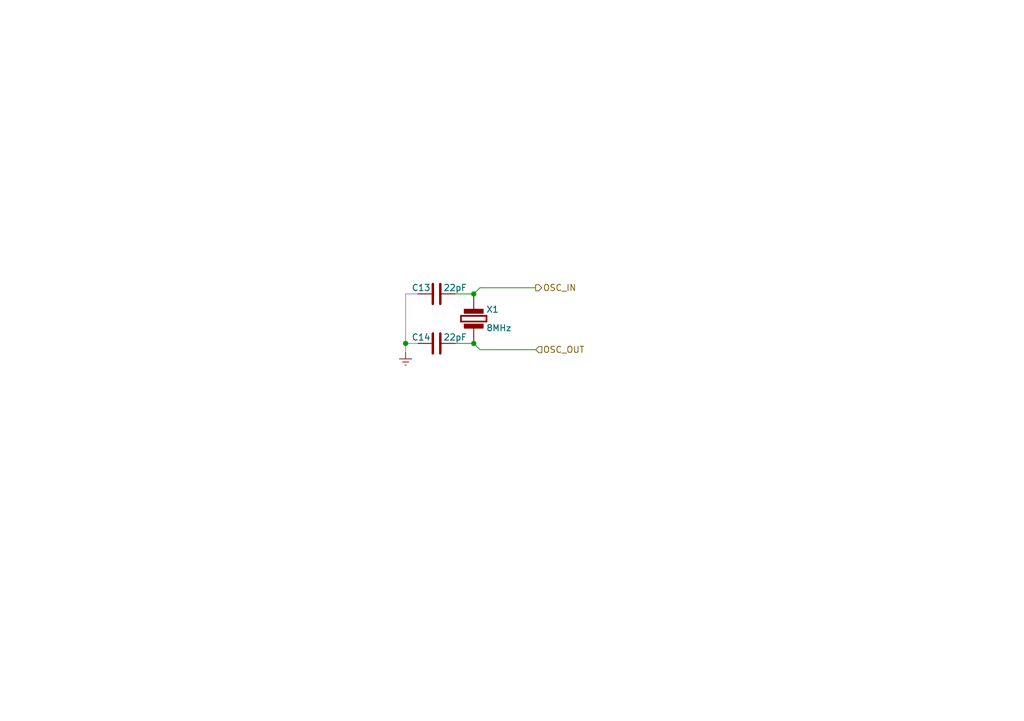
<source format=kicad_sch>
(kicad_sch (version 20231120) (generator "eeschema") (generator_version "8.0")
  (paper "A5")
  (title_block (title "RCC OSC") (date "2024-10-26") (company "Designer: Ginsakura"))
  (lib_symbols
    (symbol "Device:C" (pin_numbers hide) (pin_names (offset 0.254))
      (property "Reference" "C" (at 0.635 2.54 0))
      (property "Value" "C" (at 0.635 -2.54 0))
      (symbol "C_0_1"
        (polyline (pts (xy -2.032 -0.762) (xy 2.032 -0.762)) (stroke (width 0.508)))
        (polyline (pts (xy -2.032 0.762) (xy 2.032 0.762)) (stroke (width 0.508)))
      )
      (symbol "C_1_1"
        (pin passive line (at 0 3.81 270) (length 2.794) (name "~") (number "1"))
        (pin passive line (at 0 -3.81 90) (length 2.794) (name "~") (number "2"))
      )
    )
    (symbol "PCM_Elektuur:X-crystal" (pin_numbers hide) (pin_names (offset 0) hide)
      (property "Reference" "X" (at 0.635 3.175 0))
      (property "Value" "X-crystal" (at 0.635 -3.175 0))
      (property "Sim.Params" "C" (at -2.54 3.175 0))
      (symbol "X-crystal_1_1"
        (rectangle (start -1.905 -1.143) (end 1.905 -1.905) (stroke (width 0.254)) (fill (type outline)))
        (rectangle (start -1.905 1.905) (end 1.905 1.143) (stroke (width 0.254)) (fill (type outline)))
        (polyline (pts (xy -2.667 -0.635) (xy 2.667 -0.635) (xy 2.667 0.635) (xy -2.667 0.635) (xy -2.667 -0.635) (xy -2.5654 -0.5334) (xy -2.5654 0.5334) (xy 2.5654 0.5334) (xy 2.5654 -0.5334) (xy -2.5654 -0.5334) (xy -2.667 -0.635)) (stroke (width 0.254)) (fill (type outline)))
        (pin passive line (at 0 5.08 270) (length 3.175) (name "+") (number "1"))
        (pin passive line (at 0 -5.08 90) (length 3.175) (name "-") (number "2"))
      )
      (symbol "X-crystal_1_2"
        (rectangle (start -1.1938 -1.2954) (end 1.1938 -1.7526) (stroke (width 0.254)) (fill (type outline)))
        (rectangle (start -1.1938 1.7526) (end 1.1938 1.2954) (stroke (width 0.254)) (fill (type outline)))
        (polyline (pts (xy -1.905 -0.5334) (xy 1.905 -0.5334) (xy 1.905 0.5334) (xy -1.905 0.5334) (xy -1.905 -0.5334) (xy -1.8034 -0.4318) (xy -1.8034 0.4318) (xy 1.8034 0.4318) (xy 1.8034 -0.4318) (xy -1.8034 -0.4318) (xy -1.905 -0.5334)) (stroke (width 0.254)) (fill (type outline)))
        (pin passive line (at 0 5.08 270) (length 3.3274) (name "+") (number "1"))
        (pin passive line (at 0 -5.08 90) (length 3.3274) (name "-") (number "2"))
      )
    )
    (symbol "power:Earth" (power) (pin_numbers hide) (pin_names (offset 0) hide)
      (property "Value" "Earth" (at 0 -3.81 0))
      (symbol "Earth_0_1"
        (polyline (pts (xy -0.635 -1.905) (xy 0.635 -1.905)))
        (polyline (pts (xy -0.127 -2.54) (xy 0.127 -2.54)))
        (polyline (pts (xy 0 -1.27) (xy 0 0)))
        (polyline (pts (xy 1.27 -1.27) (xy -1.27 -1.27)))
      )
      (symbol "Earth_1_1"
        (pin power_in line (at 0 0 270) (length 0) (name "~") (number "1"))
      )
    )
  )
  (junction (at 97.155 70.485))
  (junction (at 97.155 60.325))
  (junction (at 83.185 70.485))
  (wire (pts (xy 93.345 70.485) (xy 97.155 70.485)))
  (wire (pts (xy 109.855 71.755) (xy 98.425 71.755)))
  (wire (pts (xy 83.185 70.485) (xy 83.185 72.39)) (stroke (width 0) (color 127 127 255 1)))
  (wire (pts (xy 83.185 60.325) (xy 83.185 70.485)) (stroke (width 0) (color 127 127 255 1)))
  (wire (pts (xy 93.345 60.325) (xy 97.155 60.325)))
  (wire (pts (xy 83.185 70.485) (xy 85.725 70.485)) (stroke (width 0) (color 127 127 255 1)))
  (wire (pts (xy 98.425 71.755) (xy 97.155 70.485)))
  (wire (pts (xy 98.425 59.055) (xy 97.155 60.325)))
  (wire (pts (xy 98.425 59.055) (xy 109.855 59.055)))
  (wire (pts (xy 83.185 60.325) (xy 85.725 60.325)) (stroke (width 0) (color 127 127 255 1)))
  (hierarchical_label "OSC_OUT" (shape input) (at 109.855 71.755 0))
  (hierarchical_label "OSC_IN" (shape output) (at 109.855 59.055 0))
  (symbol (lib_id "power:Earth") (at 83.185 72.39 0) (unit 1)
    (property "Reference" "#PWR04" (effects (hide yes)))
    (property "Value" "Earth" (effects (hide yes)))
    (property "Description" "Power symbol creates a global label with name \"Earth\"" (effects (hide yes)))
  )
  (symbol (lib_id "Device:C") (at 89.535 60.325 90) (unit 1)
    (property "Reference" "C13" (at 86.36 59.055 90))
    (property "Value" "22pF" (at 93.345 59.055 90))
    (property "Footprint" "Capacitor_SMD:C_0603_1608Metric" (effects (hide yes)))
    (property "Description" "Unpolarized capacitor" (effects (hide yes)))
  )
  (symbol (lib_id "PCM_Elektuur:X-crystal") (at 97.155 65.405 0) (unit 1)
    (property "Reference" "X1" (at 99.695 63.5 0) (effects (justify left)))
    (property "Value" "8MHz" (at 99.695 67.31 0) (effects (justify left)))
    (property "Footprint" "Crystal:Crystal_HC49-4H_Vertical" (effects (hide yes)))
    (property "Description" "piezoelectric crystal; xtal" (effects (hide yes)))
    (property "Field-1" "SPICE" (effects (hide yes)))
    (property "Indicator" "+" (effects (hide yes)))
    (property "Rating" "±ppm" (effects (hide yes)))
  )
  (symbol (lib_id "Device:C") (at 89.535 70.485 90) (unit 1)
    (property "Reference" "C14" (at 86.36 69.215 90))
    (property "Value" "22pF" (at 93.345 69.215 90))
    (property "Footprint" "Capacitor_SMD:C_0603_1608Metric" (effects (hide yes)))
    (property "Description" "Unpolarized capacitor" (effects (hide yes)))
  )
)
</source>
